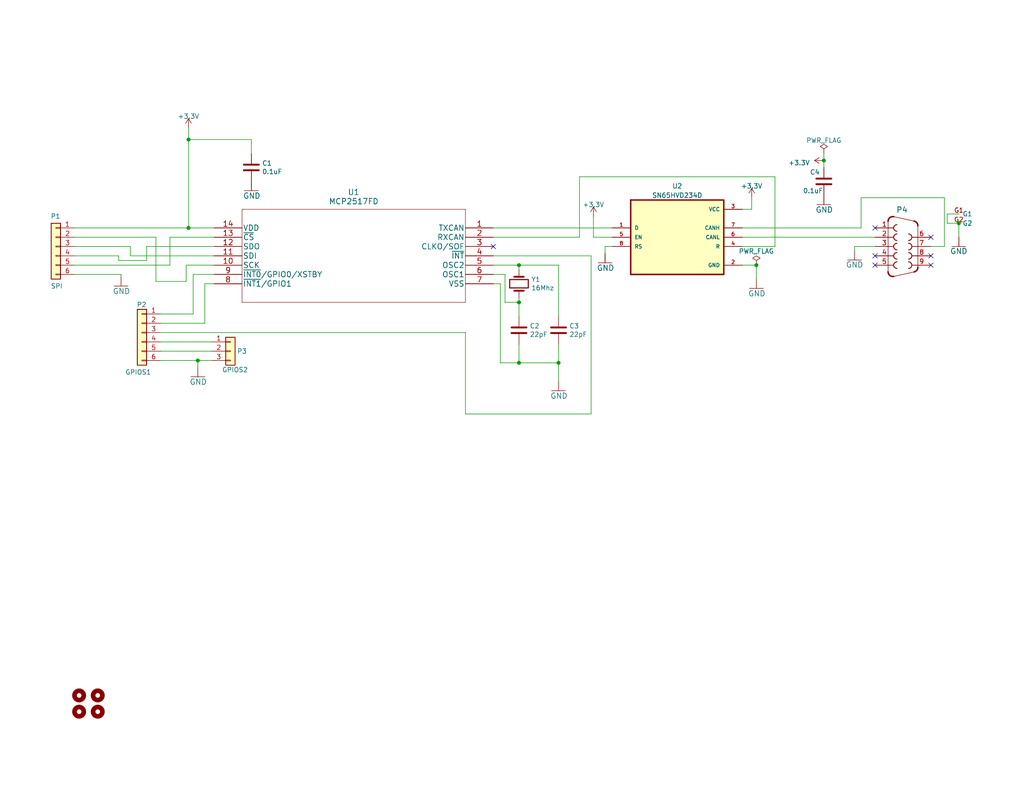
<source format=kicad_sch>
(kicad_sch (version 20231120) (generator "eeschema") (generator_version "8.0")
  (paper "USLetter")
  (title_block (title "MCP2517FD CAN Board") (date "2023-11-02") (rev "1.0"))
  (lib_symbols
    (symbol "Connector_Generic:Conn_01x03" (pin_names (offset 1.016) hide)
      (property "Reference" "J" (at 0 5.08 0))
      (property "Value" "Conn_01x03" (at 0 -5.08 0))
      (symbol "Conn_01x03_1_1"
        (rectangle (start -1.27 -2.413) (end 0 -2.667) (stroke (width 0.1524)))
        (rectangle (start -1.27 0.127) (end 0 -0.127) (stroke (width 0.1524)))
        (rectangle (start -1.27 2.667) (end 0 2.413) (stroke (width 0.1524)))
        (rectangle (start -1.27 3.81) (end 1.27 -3.81) (stroke (width 0.254)) (fill (type background)))
        (pin passive line (at -5.08 2.54 0) (length 3.81) (name "Pin_1") (number "1"))
        (pin passive line (at -5.08 0 0) (length 3.81) (name "Pin_2") (number "2"))
        (pin passive line (at -5.08 -2.54 0) (length 3.81) (name "Pin_3") (number "3"))
      )
    )
    (symbol "Connector_Generic:Conn_01x06" (pin_names (offset 1.016) hide)
      (property "Reference" "J" (at 0 7.62 0))
      (property "Value" "Conn_01x06" (at 0 -10.16 0))
      (symbol "Conn_01x06_1_1"
        (rectangle (start -1.27 -7.493) (end 0 -7.747) (stroke (width 0.1524)))
        (rectangle (start -1.27 -4.953) (end 0 -5.207) (stroke (width 0.1524)))
        (rectangle (start -1.27 -2.413) (end 0 -2.667) (stroke (width 0.1524)))
        (rectangle (start -1.27 0.127) (end 0 -0.127) (stroke (width 0.1524)))
        (rectangle (start -1.27 2.667) (end 0 2.413) (stroke (width 0.1524)))
        (rectangle (start -1.27 5.207) (end 0 4.953) (stroke (width 0.1524)))
        (rectangle (start -1.27 6.35) (end 1.27 -8.89) (stroke (width 0.254)) (fill (type background)))
        (pin passive line (at -5.08 5.08 0) (length 3.81) (name "Pin_1") (number "1"))
        (pin passive line (at -5.08 2.54 0) (length 3.81) (name "Pin_2") (number "2"))
        (pin passive line (at -5.08 0 0) (length 3.81) (name "Pin_3") (number "3"))
        (pin passive line (at -5.08 -2.54 0) (length 3.81) (name "Pin_4") (number "4"))
        (pin passive line (at -5.08 -5.08 0) (length 3.81) (name "Pin_5") (number "5"))
        (pin passive line (at -5.08 -7.62 0) (length 3.81) (name "Pin_6") (number "6"))
      )
    )
    (symbol "Device:C" (pin_numbers hide) (pin_names (offset 0.254))
      (property "Reference" "C" (at 0.635 2.54 0))
      (property "Value" "C" (at 0.635 -2.54 0))
      (symbol "C_0_1"
        (polyline (pts (xy -2.032 -0.762) (xy 2.032 -0.762)) (stroke (width 0.508)))
        (polyline (pts (xy -2.032 0.762) (xy 2.032 0.762)) (stroke (width 0.508)))
      )
      (symbol "C_1_1"
        (pin passive line (at 0 3.81 270) (length 2.794) (name "~") (number "1"))
        (pin passive line (at 0 -3.81 90) (length 2.794) (name "~") (number "2"))
      )
    )
    (symbol "Device:Crystal" (pin_numbers hide) (pin_names (offset 1.016) hide)
      (property "Reference" "Y" (at 0 3.81 0))
      (property "Value" "Crystal" (at 0 -3.81 0))
      (symbol "Crystal_0_1"
        (rectangle (start -1.143 2.54) (end 1.143 -2.54) (stroke (width 0.3048)))
        (polyline (pts (xy -2.54 0) (xy -1.905 0)))
        (polyline (pts (xy -1.905 -1.27) (xy -1.905 1.27)) (stroke (width 0.508)))
        (polyline (pts (xy 1.905 -1.27) (xy 1.905 1.27)) (stroke (width 0.508)))
        (polyline (pts (xy 2.54 0) (xy 1.905 0)))
      )
      (symbol "Crystal_1_1"
        (pin passive line (at -3.81 0 0) (length 1.27) (name "1") (number "1"))
        (pin passive line (at 3.81 0 180) (length 1.27) (name "2") (number "2"))
      )
    )
    (symbol "Mechanical:MountingHole" (pin_names (offset 1.016))
      (property "Reference" "H" (at 0 5.08 0))
      (property "Value" "MountingHole" (at 0 3.175 0))
      (symbol "MountingHole_0_1"
        (circle (center 0 0) (radius 1.27) (stroke (width 1.27)))
      )
    )
    (symbol "catu:F09HP" (pin_names (offset 1.016))
      (property "Reference" "P" (at -1.27 8.89 0))
      (property "Value" "F09HP" (at -3.81 -10.795 0))
      (symbol "F09HP_1_0"
        (arc (start -4.064 -6.9088) (mid -3.5802 -7.8934) (end -2.5146 -8.1534) (stroke (width 0.4064)))
        (arc (start -2.5146 8.1534) (mid -3.5799 7.893) (end -4.064 6.9088) (stroke (width 0.4064)))
        (arc (start -1.651 -4.191) (mid -2.5362 -5.08) (end -1.651 -5.969) (stroke (width 0.254)))
        (arc (start -1.651 -1.651) (mid -2.5362 -2.54) (end -1.651 -3.429) (stroke (width 0.254)))
        (arc (start -1.651 0.889) (mid -2.5362 0) (end -1.651 -0.889) (stroke (width 0.254)))
        (arc (start -1.651 3.429) (mid -2.5362 2.54) (end -1.651 1.651) (stroke (width 0.254)))
        (arc (start -1.651 5.969) (mid -2.5362 5.08) (end -1.651 4.191) (stroke (width 0.254)))
        (polyline (pts (xy -4.064 -6.9088) (xy -4.064 6.9088)))
        (polyline (pts (xy -2.5146 -8.1534) (xy 3.048 -6.9342)))
        (polyline (pts (xy -2.5146 8.1534) (xy 3.048 6.9342)))
        (polyline (pts (xy 4.064 -5.6896) (xy 4.064 5.6896)))
        (arc (start 1.524 -5.969) (mid 2.4092 -5.08) (end 1.524 -4.191) (stroke (width 0.254)))
        (arc (start 1.524 -3.429) (mid 2.4092 -2.54) (end 1.524 -1.651) (stroke (width 0.254)))
        (arc (start 1.524 -0.889) (mid 2.4092 0) (end 1.524 0.889) (stroke (width 0.254)))
        (arc (start 1.524 1.651) (mid 2.4092 2.54) (end 1.524 3.429) (stroke (width 0.254)))
        (arc (start 3.048 -6.9342) (mid 3.774 -6.4888) (end 4.064 -5.6896) (stroke (width 0.4064)))
        (arc (start 4.064 5.6896) (mid 3.7704 6.4859) (end 3.048 6.9342) (stroke (width 0.4064)))
        (pin passive line (at -7.62 5.08 0) (length 5.08) (name "1") (number "1"))
        (pin passive line (at -7.62 2.54 0) (length 5.08) (name "2") (number "2"))
        (pin passive line (at -7.62 0 0) (length 5.08) (name "3") (number "3"))
        (pin passive line (at -7.62 -2.54 0) (length 5.08) (name "4") (number "4"))
        (pin passive line (at -7.62 -5.08 0) (length 5.08) (name "5") (number "5"))
        (pin passive line (at 7.62 2.54 180) (length 5.08) (name "6") (number "6"))
        (pin passive line (at 7.62 0 180) (length 5.08) (name "7") (number "7"))
        (pin passive line (at 7.62 -2.54 180) (length 5.08) (name "8") (number "8"))
        (pin passive line (at 7.62 -5.08 180) (length 5.08) (name "9") (number "9"))
      )
      (symbol "F09HP_1_1"
        (pin power_in line (at 15.24 8.89 0) (length 0) (name "G1") (number "G1"))
        (pin power_in line (at 15.24 6.35 0) (length 0) (name "G2") (number "G2"))
      )
    )
    (symbol "catu:GND" (power) (pin_names (offset 1.016))
      (property "Value" "GND" (at -2.54 -2.54 0))
      (symbol "GND_1_0"
        (polyline (pts (xy -1.905 0) (xy 1.905 0)))
        (pin power_in line (at 0 2.54 270) (length 2.54) (name "GND") (number "1"))
      )
    )
    (symbol "catu:MCP2518FDT-E_SL" (pin_names (offset 0.254))
      (property "Reference" "U" (at 38.1 10.16 0))
      (property "Value" "MCP2518FDT-E_SL" (at 38.1 7.62 0))
      (symbol "MCP2518FDT-E_SL_1_1"
        (polyline (pts (xy 7.62 -20.32) (xy 68.58 -20.32)) (stroke (width 0.127)))
        (polyline (pts (xy 7.62 5.08) (xy 7.62 -20.32)) (stroke (width 0.127)))
        (polyline (pts (xy 68.58 -20.32) (xy 68.58 5.08)) (stroke (width 0.127)))
        (polyline (pts (xy 68.58 5.08) (xy 7.62 5.08)) (stroke (width 0.127)))
        (pin output line (at 0 0 0) (length 7.62) (name "TXCAN") (number "1"))
        (pin input line (at 76.2 -10.16 180) (length 7.62) (name "SCK") (number "10"))
        (pin input line (at 76.2 -7.62 180) (length 7.62) (name "SDI") (number "11"))
        (pin output line (at 76.2 -5.08 180) (length 7.62) (name "SDO") (number "12"))
        (pin input line (at 76.2 -2.54 180) (length 7.62) (name "~{CS}") (number "13"))
        (pin power_in line (at 76.2 0 180) (length 7.62) (name "VDD") (number "14"))
        (pin input line (at 0 -2.54 0) (length 7.62) (name "RXCAN") (number "2"))
        (pin output line (at 0 -5.08 0) (length 7.62) (name "CLKO/SOF") (number "3"))
        (pin output line (at 0 -7.62 0) (length 7.62) (name "~{INT}") (number "4"))
        (pin output line (at 0 -10.16 0) (length 7.62) (name "OSC2") (number "5"))
        (pin input line (at 0 -12.7 0) (length 7.62) (name "OSC1") (number "6"))
        (pin power_in line (at 0 -15.24 0) (length 7.62) (name "VSS") (number "7"))
        (pin passive line (at 76.2 -15.24 180) (length 7.62) (name "~{INT1}/GPIO1") (number "8"))
        (pin passive line (at 76.2 -12.7 180) (length 7.62) (name "~{INT0}/GPIO0/XSTBY") (number "9"))
      )
    )
    (symbol "catu:SN65HVD234D" (pin_names (offset 1.016))
      (property "Reference" "U" (at -12.7 11.16 0))
      (property "Value" "SN65HVD234D" (at -12.7 -14.16 0))
      (symbol "SN65HVD234D_0_0"
        (rectangle (start -12.7 -10.16) (end 12.7 10.16) (stroke (width 0.41)) (fill (type background)))
        (pin input line (at -17.78 2.54 0) (length 5.08) (name "D") (number "1"))
        (pin power_in line (at 17.78 -7.62 180) (length 5.08) (name "GND") (number "2"))
        (pin power_in line (at 17.78 7.62 180) (length 5.08) (name "VCC") (number "3"))
        (pin output line (at 17.78 -2.54 180) (length 5.08) (name "R") (number "4"))
        (pin input line (at -17.78 0 0) (length 5.08) (name "EN") (number "5"))
        (pin output line (at 17.78 0 180) (length 5.08) (name "CANL") (number "6"))
        (pin output line (at 17.78 2.54 180) (length 5.08) (name "CANH") (number "7"))
        (pin input line (at -17.78 -2.54 0) (length 5.08) (name "RS") (number "8"))
      )
    )
    (symbol "power:+3.3V" (power) (pin_names (offset 0))
      (property "Value" "+3.3V" (at 0 3.556 0))
      (symbol "+3.3V_0_1"
        (polyline (pts (xy -0.762 1.27) (xy 0 2.54)))
        (polyline (pts (xy 0 0) (xy 0 2.54)))
        (polyline (pts (xy 0 2.54) (xy 0.762 1.27)))
      )
      (symbol "+3.3V_1_1"
        (pin power_in line (at 0 0 90) (length 0) hide (name "+3.3V") (number "1"))
      )
    )
    (symbol "power:PWR_FLAG" (power) (pin_numbers hide) (pin_names (offset 0) hide)
      (property "Value" "PWR_FLAG" (at 0 3.81 0))
      (symbol "PWR_FLAG_0_0"
        (pin power_out line (at 0 0 90) (length 0) (name "pwr") (number "1"))
      )
      (symbol "PWR_FLAG_0_1"
        (polyline (pts (xy 0 0) (xy 0 1.27) (xy -1.016 1.905) (xy 0 2.54) (xy 1.016 1.905) (xy 0 1.27)))
      )
    )
  )
  (junction (at 141.605 72.39))
  (junction (at 261.62 60.96))
  (junction (at 206.375 72.39))
  (junction (at 51.435 38.1))
  (junction (at 53.975 98.425))
  (junction (at 152.4 99.06))
  (junction (at 224.79 43.815))
  (junction (at 51.435 62.23))
  (junction (at 141.605 99.06))
  (junction (at 141.605 82.55))
  (no_connect (at 254 69.85))
  (no_connect (at 238.76 72.39))
  (no_connect (at 134.62 67.31))
  (no_connect (at 238.76 69.85))
  (no_connect (at 238.76 62.23))
  (no_connect (at 254 72.39))
  (no_connect (at 254 64.77))
  (wire (pts (xy 257.683 67.31) (xy 254 67.31)))
  (wire (pts (xy 51.435 62.23) (xy 58.42 62.23)))
  (wire (pts (xy 20.32 69.85) (xy 32.385 69.85)))
  (wire (pts (xy 141.605 99.06) (xy 152.4 99.06)))
  (wire (pts (xy 68.58 38.1) (xy 68.58 41.91)))
  (wire (pts (xy 50.8 76.835) (xy 50.8 72.39)))
  (wire (pts (xy 20.32 64.77) (xy 42.545 64.77)))
  (wire (pts (xy 258.445 58.42) (xy 258.445 60.96)))
  (wire (pts (xy 35.56 69.85) (xy 58.42 69.85)))
  (wire (pts (xy 137.795 74.93) (xy 137.795 82.55)))
  (wire (pts (xy 134.62 64.77) (xy 158.115 64.77)))
  (wire (pts (xy 205.105 57.15) (xy 205.105 53.975)))
  (wire (pts (xy 161.29 113.03) (xy 127 113.03)))
  (wire (pts (xy 52.705 74.93) (xy 58.42 74.93)))
  (wire (pts (xy 202.565 57.15) (xy 205.105 57.15)))
  (wire (pts (xy 43.815 85.725) (xy 52.705 85.725)))
  (wire (pts (xy 55.88 77.47) (xy 58.42 77.47)))
  (wire (pts (xy 46.355 72.39) (xy 46.355 64.77)))
  (wire (pts (xy 206.375 72.39) (xy 206.375 76.2)))
  (wire (pts (xy 40.005 67.31) (xy 58.42 67.31)))
  (wire (pts (xy 152.4 99.06) (xy 152.4 93.98)))
  (wire (pts (xy 211.455 48.26) (xy 211.455 67.31)))
  (wire (pts (xy 161.925 64.77) (xy 167.005 64.77)))
  (wire (pts (xy 234.95 53.975) (xy 234.95 62.23)))
  (wire (pts (xy 46.355 64.77) (xy 58.42 64.77)))
  (wire (pts (xy 52.705 85.725) (xy 52.705 74.93)))
  (wire (pts (xy 134.62 74.93) (xy 137.795 74.93)))
  (wire (pts (xy 32.385 69.85) (xy 32.385 71.12)))
  (wire (pts (xy 134.62 69.85) (xy 161.29 69.85)))
  (wire (pts (xy 53.975 98.425) (xy 57.785 98.425)))
  (wire (pts (xy 141.605 72.39) (xy 141.605 73.66)))
  (wire (pts (xy 261.62 60.96) (xy 261.62 64.77)))
  (wire (pts (xy 134.62 77.47) (xy 136.525 77.47)))
  (wire (pts (xy 40.005 71.12) (xy 40.005 67.31)))
  (wire (pts (xy 68.58 38.1) (xy 51.435 38.1)))
  (wire (pts (xy 134.62 72.39) (xy 141.605 72.39)))
  (wire (pts (xy 43.815 90.805) (xy 127 90.805)))
  (wire (pts (xy 141.605 72.39) (xy 152.4 72.39)))
  (wire (pts (xy 152.4 99.06) (xy 152.4 104.14)))
  (wire (pts (xy 202.565 72.39) (xy 206.375 72.39)))
  (wire (pts (xy 158.115 64.77) (xy 158.115 48.26)))
  (wire (pts (xy 20.32 74.93) (xy 33.02 74.93)))
  (wire (pts (xy 57.785 93.345) (xy 43.815 93.345)))
  (wire (pts (xy 20.32 62.23) (xy 51.435 62.23)))
  (wire (pts (xy 33.02 74.93) (xy 33.02 75.565)))
  (wire (pts (xy 137.795 82.55) (xy 141.605 82.55)))
  (wire (pts (xy 165.1 69.215) (xy 165.1 67.31)))
  (wire (pts (xy 42.545 64.77) (xy 42.545 76.835)))
  (wire (pts (xy 32.385 71.12) (xy 40.005 71.12)))
  (wire (pts (xy 42.545 76.835) (xy 50.8 76.835)))
  (wire (pts (xy 53.975 98.425) (xy 53.975 100.33)))
  (wire (pts (xy 211.455 67.31) (xy 202.565 67.31)))
  (wire (pts (xy 141.605 81.28) (xy 141.605 82.55)))
  (wire (pts (xy 158.115 48.26) (xy 211.455 48.26)))
  (wire (pts (xy 161.925 59.055) (xy 161.925 64.77)))
  (wire (pts (xy 233.172 67.31) (xy 233.172 68.453)))
  (wire (pts (xy 165.1 67.31) (xy 167.005 67.31)))
  (wire (pts (xy 233.172 67.31) (xy 238.76 67.31)))
  (wire (pts (xy 55.88 88.265) (xy 55.88 77.47)))
  (wire (pts (xy 136.525 99.06) (xy 141.605 99.06)))
  (wire (pts (xy 20.32 72.39) (xy 46.355 72.39)))
  (wire (pts (xy 51.435 38.1) (xy 51.435 62.23)))
  (wire (pts (xy 20.32 67.31) (xy 35.56 67.31)))
  (wire (pts (xy 51.435 34.925) (xy 51.435 38.1)))
  (wire (pts (xy 136.525 77.47) (xy 136.525 99.06)))
  (wire (pts (xy 50.8 72.39) (xy 58.42 72.39)))
  (wire (pts (xy 43.815 98.425) (xy 53.975 98.425)))
  (wire (pts (xy 141.605 93.98) (xy 141.605 99.06)))
  (wire (pts (xy 202.565 62.23) (xy 234.95 62.23)))
  (wire (pts (xy 257.683 53.975) (xy 257.683 67.31)))
  (wire (pts (xy 134.62 62.23) (xy 167.005 62.23)))
  (wire (pts (xy 35.56 67.31) (xy 35.56 69.85)))
  (wire (pts (xy 261.62 58.42) (xy 258.445 58.42)))
  (wire (pts (xy 152.4 86.36) (xy 152.4 72.39)))
  (wire (pts (xy 141.605 82.55) (xy 141.605 86.36)))
  (wire (pts (xy 161.29 69.85) (xy 161.29 113.03)))
  (wire (pts (xy 127 113.03) (xy 127 90.805)))
  (wire (pts (xy 258.445 60.96) (xy 261.62 60.96)))
  (wire (pts (xy 224.79 43.815) (xy 224.79 41.91)))
  (wire (pts (xy 202.565 64.77) (xy 238.76 64.77)))
  (wire (pts (xy 43.815 88.265) (xy 55.88 88.265)))
  (wire (pts (xy 224.79 45.72) (xy 224.79 43.815)))
  (wire (pts (xy 57.785 95.885) (xy 43.815 95.885)))
  (wire (pts (xy 234.95 53.975) (xy 257.683 53.975)))
  (symbol (lib_id "Mechanical:MountingHole") (at 21.59 189.865 0) (unit 1)
    (property "Reference" "H1" (effects (hide yes)))
    (property "Value" "MountingHole" (effects (hide yes)))
    (property "Footprint" "MountingHole:MountingHole_2.7mm_M2.5_DIN965_Pad" (effects (hide yes)))
  )
  (symbol (lib_id "Mechanical:MountingHole") (at 26.67 189.865 0) (unit 1)
    (property "Reference" "H3" (effects (hide yes)))
    (property "Value" "MountingHole" (effects (hide yes)))
    (property "Footprint" "MountingHole:MountingHole_2.7mm_M2.5_DIN965_Pad" (effects (hide yes)))
  )
  (symbol (lib_id "Mechanical:MountingHole") (at 21.59 194.31 0) (unit 1)
    (property "Reference" "H2" (effects (hide yes)))
    (property "Value" "MountingHole" (effects (hide yes)))
    (property "Footprint" "MountingHole:MountingHole_2.7mm_M2.5_DIN965_Pad" (effects (hide yes)))
  )
  (symbol (lib_id "Mechanical:MountingHole") (at 26.67 194.31 0) (unit 1)
    (property "Reference" "H4" (effects (hide yes)))
    (property "Value" "MountingHole" (effects (hide yes)))
    (property "Footprint" "MountingHole:MountingHole_2.7mm_M2.5_DIN965_Pad" (effects (hide yes)))
  )
  (symbol (lib_id "Device:C") (at 224.79 49.53 0) (unit 1)
    (property "Reference" "C4" (at 220.98 46.99 0) (effects (justify left)))
    (property "Value" "0.1uF" (at 219.075 52.07 0) (effects (justify left)))
    (property "Footprint" "Capacitor_SMD:C_0805_2012Metric_Pad1.18x1.45mm_HandSolder" (effects (hide yes)))
  )
  (symbol (lib_id "catu:GND") (at 165.1 71.755 0) (unit 1)
    (property "Reference" "#GND05" (effects (hide yes)))
    (property "Value" "GND" (at 165.227 73.152 0) (effects (font (size 1.4986 1.4986))))
  )
  (symbol (lib_id "Device:C") (at 68.58 45.72 0) (unit 1)
    (property "Reference" "C1" (at 71.501 44.5516 0) (effects (justify left)))
    (property "Value" "0.1uF" (at 71.501 46.863 0) (effects (justify left)))
    (property "Footprint" "Capacitor_SMD:C_0805_2012Metric_Pad1.18x1.45mm_HandSolder" (effects (hide yes)))
  )
  (symbol (lib_id "Connector_Generic:Conn_01x06") (at 15.24 67.31 0) (mirror y) (unit 1)
    (property "Reference" "P1" (at 16.51 59.055 0) (effects (justify left)))
    (property "Value" "SPI" (at 17.145 78.105 0) (effects (justify left)))
    (property "Footprint" "Connector_JST:JST_PH_B6B-PH-SM4-TB_1x06-1MP_P2.00mm_Vertical" (effects (hide yes)))
  )
  (symbol (lib_id "catu:GND") (at 33.02 78.105 0) (unit 1)
    (property "Reference" "#GND01" (effects (hide yes)))
    (property "Value" "GND" (at 33.147 79.502 0) (effects (font (size 1.4986 1.4986))))
  )
  (symbol (lib_id "catu:GND") (at 206.375 78.74 0) (unit 1)
    (property "Reference" "#GND04" (effects (hide yes)))
    (property "Value" "GND" (at 206.502 80.137 0) (effects (font (size 1.4986 1.4986))))
  )
  (symbol (lib_id "power:+3.3V") (at 224.79 43.815 90) (unit 1)
    (property "Reference" "#PWR04" (effects (hide yes)))
    (property "Value" "+3.3V" (at 220.98 44.45 90) (effects (justify left)))
  )
  (symbol (lib_id "catu:GND") (at 233.172 70.993 0) (unit 1)
    (property "Reference" "#GND0112" (effects (hide yes)))
    (property "Value" "GND" (at 233.172 72.263 0) (effects (font (size 1.4986 1.4986))))
  )
  (symbol (lib_id "power:+3.3V") (at 51.435 34.925 0) (unit 1)
    (property "Reference" "#PWR01" (effects (hide yes)))
    (property "Value" "+3.3V" (at 51.435 31.75 0))
  )
  (symbol (lib_id "catu:F09HP") (at 246.38 67.31 0) (unit 1)
    (property "Reference" "P4" (at 246.126 57.277 0) (effects (font (size 1.4986 1.4986))))
    (property "Value" "F09HP" (effects (hide yes)))
    (property "Footprint" "catu:F09HP" (effects (hide yes)))
  )
  (symbol (lib_id "Device:C") (at 141.605 90.17 0) (unit 1)
    (property "Reference" "C2" (at 144.526 89.0016 0) (effects (justify left)))
    (property "Value" "22pF" (at 144.526 91.313 0) (effects (justify left)))
    (property "Footprint" "Capacitor_SMD:C_0805_2012Metric_Pad1.18x1.45mm_HandSolder" (effects (hide yes)))
  )
  (symbol (lib_id "power:+3.3V") (at 205.105 53.975 0) (unit 1)
    (property "Reference" "#PWR02" (effects (hide yes)))
    (property "Value" "+3.3V" (at 205.105 50.8 0))
  )
  (symbol (lib_id "catu:SN65HVD234D") (at 184.785 64.77 0) (unit 1)
    (property "Reference" "U2" (at 184.785 50.8 0))
    (property "Value" "SN65HVD234D" (at 184.785 53.34 0))
    (property "Footprint" "catu:SOIC127P599X175-8N" (effects (hide yes)))
    (property "Description" "\n3.3 V CAN Transceiver with Sleep Mode\n" (effects (hide yes)))
    (property "MF" "Texas Instruments" (effects (hide yes)))
    (property "Purchase-URL" "https://www.snapeda.com/api/url_track_click_mouser/?unipart_id=75912&manufacturer=Texas Instruments&part_name=SN65HVD234D&search_term=None" (effects (hide yes)))
    (property "Package" "SOIC-8 Texas Instruments" (effects (hide yes)))
    (property "SnapEDA_Link" "https://www.snapeda.com/parts/SN65HVD234D/Texas+Instruments/view-part/?ref=snap" (effects (hide yes)))
    (property "MP" "SN65HVD234D" (effects (hide yes)))
    (property "Check_prices" "https://www.snapeda.com/parts/SN65HVD234D/Texas+Instruments/view-part/?ref=eda" (effects (hide yes)))
  )
  (symbol (lib_id "catu:GND") (at 68.58 52.07 0) (unit 1)
    (property "Reference" "#GND02" (effects (hide yes)))
    (property "Value" "GND" (at 68.707 53.467 0) (effects (font (size 1.4986 1.4986))))
  )
  (symbol (lib_id "catu:GND") (at 152.4 106.68 0) (unit 1)
    (property "Reference" "#GND03" (effects (hide yes)))
    (property "Value" "GND" (at 152.527 108.077 0) (effects (font (size 1.4986 1.4986))))
  )
  (symbol (lib_id "power:+3.3V") (at 161.925 59.055 0) (unit 1)
    (property "Reference" "#PWR03" (effects (hide yes)))
    (property "Value" "+3.3V" (at 161.925 55.88 0))
  )
  (symbol (lib_id "Connector_Generic:Conn_01x06") (at 38.735 90.805 0) (mirror y) (unit 1)
    (property "Reference" "P2" (at 40.005 83.185 0) (effects (justify left)))
    (property "Value" "GPIOS1" (at 41.275 101.6 0) (effects (justify left)))
    (property "Footprint" "Connector_JST:JST_PH_B6B-PH-SM4-TB_1x06-1MP_P2.00mm_Vertical" (effects (hide yes)))
  )
  (symbol (lib_id "Connector_Generic:Conn_01x03") (at 62.865 95.885 0) (unit 1)
    (property "Reference" "P3" (at 66.04 95.885 0))
    (property "Value" "GPIOS2" (at 64.135 100.965 0))
    (property "Footprint" "Connector_JST:JST_PH_B3B-PH-SM4-TB_1x03-1MP_P2.00mm_Vertical" (effects (hide yes)))
  )
  (symbol (lib_id "power:PWR_FLAG") (at 206.375 72.39 0) (unit 1)
    (property "Reference" "#FLG01" (effects (hide yes)))
    (property "Value" "PWR_FLAG" (at 206.375 68.58 0))
  )
  (symbol (lib_id "catu:MCP2518FDT-E_SL") (at 134.62 62.23 0) (mirror y) (unit 1)
    (property "Reference" "U1" (at 96.52 52.451 0) (effects (font (size 1.524 1.524))))
    (property "Value" "MCP2517FD" (at 96.52 54.991 0) (effects (font (size 1.524 1.524))))
    (property "Footprint" "catu:MCP2518FD" (effects (hide yes)))
  )
  (symbol (lib_id "Device:C") (at 152.4 90.17 0) (unit 1)
    (property "Reference" "C3" (at 155.321 89.0016 0) (effects (justify left)))
    (property "Value" "22pF" (at 155.321 91.313 0) (effects (justify left)))
    (property "Footprint" "Capacitor_SMD:C_0805_2012Metric_Pad1.18x1.45mm_HandSolder" (effects (hide yes)))
  )
  (symbol (lib_id "catu:GND") (at 261.62 67.31 0) (unit 1)
    (property "Reference" "#GND07" (effects (hide yes)))
    (property "Value" "GND" (at 261.62 68.58 0) (effects (font (size 1.4986 1.4986))))
  )
  (symbol (lib_id "Device:Crystal") (at 141.605 77.47 270) (unit 1)
    (property "Reference" "Y1" (at 144.9324 76.3016 90) (effects (justify left)))
    (property "Value" "16Mhz" (at 144.9324 78.613 90) (effects (justify left)))
    (property "Footprint" "Crystal:Crystal_HC49-4H_Vertical" (effects (hide yes)))
  )
  (symbol (lib_id "catu:GND") (at 224.79 55.88 0) (unit 1)
    (property "Reference" "#GND0111" (effects (hide yes)))
    (property "Value" "GND" (at 224.917 57.277 0) (effects (font (size 1.4986 1.4986))))
  )
  (symbol (lib_id "power:PWR_FLAG") (at 224.79 41.91 0) (unit 1)
    (property "Reference" "#FLG0101" (effects (hide yes)))
    (property "Value" "PWR_FLAG" (at 224.79 38.3342 0))
  )
  (symbol (lib_id "catu:GND") (at 53.975 102.87 0) (unit 1)
    (property "Reference" "#GND06" (effects (hide yes)))
    (property "Value" "GND" (at 54.102 104.267 0) (effects (font (size 1.4986 1.4986))))
  )
)
</source>
